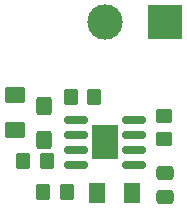
<source format=gbr>
%TF.GenerationSoftware,KiCad,Pcbnew,(6.0.10)*%
%TF.CreationDate,2023-02-23T17:52:34-08:00*%
%TF.ProjectId,exercise_2,65786572-6369-4736-955f-322e6b696361,rev?*%
%TF.SameCoordinates,Original*%
%TF.FileFunction,Soldermask,Top*%
%TF.FilePolarity,Negative*%
%FSLAX46Y46*%
G04 Gerber Fmt 4.6, Leading zero omitted, Abs format (unit mm)*
G04 Created by KiCad (PCBNEW (6.0.10)) date 2023-02-23 17:52:34*
%MOMM*%
%LPD*%
G01*
G04 APERTURE LIST*
G04 Aperture macros list*
%AMRoundRect*
0 Rectangle with rounded corners*
0 $1 Rounding radius*
0 $2 $3 $4 $5 $6 $7 $8 $9 X,Y pos of 4 corners*
0 Add a 4 corners polygon primitive as box body*
4,1,4,$2,$3,$4,$5,$6,$7,$8,$9,$2,$3,0*
0 Add four circle primitives for the rounded corners*
1,1,$1+$1,$2,$3*
1,1,$1+$1,$4,$5*
1,1,$1+$1,$6,$7*
1,1,$1+$1,$8,$9*
0 Add four rect primitives between the rounded corners*
20,1,$1+$1,$2,$3,$4,$5,0*
20,1,$1+$1,$4,$5,$6,$7,0*
20,1,$1+$1,$6,$7,$8,$9,0*
20,1,$1+$1,$8,$9,$2,$3,0*%
G04 Aperture macros list end*
%ADD10RoundRect,0.250001X-0.624999X0.462499X-0.624999X-0.462499X0.624999X-0.462499X0.624999X0.462499X0*%
%ADD11RoundRect,0.250000X0.350000X0.450000X-0.350000X0.450000X-0.350000X-0.450000X0.350000X-0.450000X0*%
%ADD12RoundRect,0.250000X-0.475000X0.337500X-0.475000X-0.337500X0.475000X-0.337500X0.475000X0.337500X0*%
%ADD13RoundRect,0.250000X0.425000X-0.537500X0.425000X0.537500X-0.425000X0.537500X-0.425000X-0.537500X0*%
%ADD14RoundRect,0.150000X-0.825000X-0.150000X0.825000X-0.150000X0.825000X0.150000X-0.825000X0.150000X0*%
%ADD15R,2.290000X3.000000*%
%ADD16RoundRect,0.250000X-0.450000X0.350000X-0.450000X-0.350000X0.450000X-0.350000X0.450000X0.350000X0*%
%ADD17RoundRect,0.250001X0.462499X0.624999X-0.462499X0.624999X-0.462499X-0.624999X0.462499X-0.624999X0*%
%ADD18R,3.000000X3.000000*%
%ADD19C,3.000000*%
G04 APERTURE END LIST*
D10*
%TO.C,D2*%
X154885000Y-89737500D03*
X154885000Y-92712500D03*
%TD*%
D11*
%TO.C,R4*%
X157619564Y-95385000D03*
X155619564Y-95385000D03*
%TD*%
D12*
%TO.C,C2*%
X167602496Y-96342500D03*
X167602496Y-98417500D03*
%TD*%
D13*
%TO.C,C1*%
X157327500Y-93602500D03*
X157327500Y-90727500D03*
%TD*%
D11*
%TO.C,R3*%
X159267500Y-97992936D03*
X157267500Y-97992936D03*
%TD*%
D14*
%TO.C,U1*%
X160030000Y-91860000D03*
X160030000Y-93130000D03*
X160030000Y-94400000D03*
X160030000Y-95670000D03*
X164980000Y-95670000D03*
X164980000Y-94400000D03*
X164980000Y-93130000D03*
X164980000Y-91860000D03*
D15*
X162505000Y-93765000D03*
%TD*%
D11*
%TO.C,R2*%
X161630000Y-89955000D03*
X159630000Y-89955000D03*
%TD*%
D16*
%TO.C,R1*%
X167515000Y-91537936D03*
X167515000Y-93537936D03*
%TD*%
D17*
%TO.C,D1*%
X164787500Y-98045000D03*
X161812500Y-98045000D03*
%TD*%
D18*
%TO.C,J1*%
X167585000Y-83605000D03*
D19*
X162505000Y-83605000D03*
%TD*%
M02*

</source>
